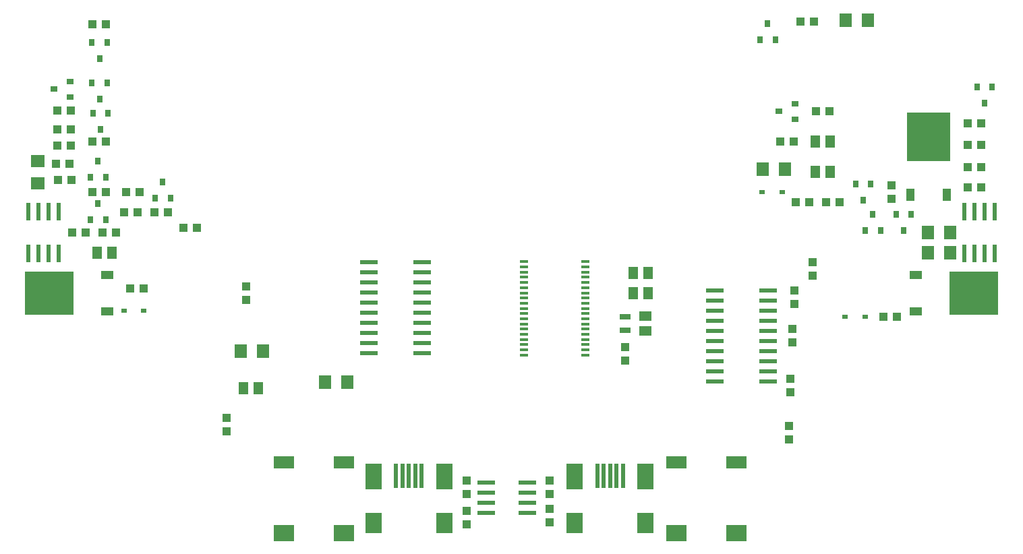
<source format=gbr>
G04 EAGLE Gerber X2 export*
%TF.Part,Single*%
%TF.FileFunction,Paste,Top*%
%TF.FilePolarity,Positive*%
%TF.GenerationSoftware,Autodesk,EAGLE,8.7.1*%
%TF.CreationDate,2018-03-30T22:44:39Z*%
G75*
%MOMM*%
%FSLAX34Y34*%
%LPD*%
%AMOC8*
5,1,8,0,0,1.08239X$1,22.5*%
G01*
%ADD10R,1.300000X1.500000*%
%ADD11R,1.600000X1.800000*%
%ADD12R,1.500000X1.300000*%
%ADD13R,1.800000X1.600000*%
%ADD14R,0.800000X0.600000*%
%ADD15R,1.600000X1.000000*%
%ADD16R,6.200000X5.400000*%
%ADD17R,2.200000X0.600000*%
%ADD18R,5.400000X6.200000*%
%ADD19R,1.000000X1.600000*%
%ADD20R,1.000000X0.350000*%
%ADD21R,0.600000X2.200000*%
%ADD22R,1.400000X0.700000*%
%ADD23R,1.000000X1.100000*%
%ADD24R,1.100000X1.000000*%
%ADD25R,0.889000X0.787400*%
%ADD26R,0.787400X0.889000*%
%ADD27R,2.000000X2.500000*%
%ADD28R,2.000000X3.300000*%
%ADD29R,0.500000X3.100000*%
%ADD30R,2.500000X2.000000*%
%ADD31R,2.500000X1.500000*%


D10*
X1019200Y508000D03*
X1038200Y508000D03*
D11*
X1085880Y660400D03*
X1057880Y660400D03*
D12*
X806450Y269900D03*
X806450Y288900D03*
D10*
X790600Y317500D03*
X809600Y317500D03*
X790600Y342900D03*
X809600Y342900D03*
X117500Y368300D03*
X136500Y368300D03*
D11*
X953740Y473710D03*
X981740Y473710D03*
X1188750Y393700D03*
X1160750Y393700D03*
D13*
X43180Y455900D03*
X43180Y483900D03*
D10*
X1019200Y469900D03*
X1038200Y469900D03*
D11*
X1188750Y368300D03*
X1160750Y368300D03*
X298420Y245110D03*
X326420Y245110D03*
D10*
X301650Y198120D03*
X320650Y198120D03*
D11*
X431830Y205740D03*
X403830Y205740D03*
D14*
X176330Y295910D03*
X151330Y295910D03*
X1081840Y288290D03*
X1056840Y288290D03*
X977700Y444500D03*
X952700Y444500D03*
D15*
X1145800Y340300D03*
X1145800Y294700D03*
D16*
X1218800Y317500D03*
D15*
X130550Y294700D03*
X130550Y340300D03*
D16*
X57550Y317500D03*
D17*
X960400Y219710D03*
X893800Y295910D03*
X960400Y207010D03*
X960400Y232410D03*
X960400Y245110D03*
X893800Y283210D03*
X893800Y308610D03*
X893800Y321310D03*
X960400Y270510D03*
X960400Y308610D03*
X960400Y257810D03*
X960400Y283210D03*
X960400Y321310D03*
X960400Y295910D03*
X893800Y270510D03*
X893800Y257810D03*
X893800Y245110D03*
X893800Y232410D03*
X893800Y219710D03*
X893800Y207010D03*
X526060Y255270D03*
X459460Y331470D03*
X526060Y242570D03*
X526060Y267970D03*
X526060Y280670D03*
X459460Y318770D03*
X459460Y344170D03*
X459460Y356870D03*
X526060Y306070D03*
X526060Y344170D03*
X526060Y293370D03*
X526060Y318770D03*
X526060Y356870D03*
X526060Y331470D03*
X459460Y306070D03*
X459460Y293370D03*
X459460Y280670D03*
X459460Y267970D03*
X459460Y255270D03*
X459460Y242570D03*
D18*
X1162050Y513950D03*
D19*
X1139250Y440950D03*
X1184850Y440950D03*
D20*
X730650Y239950D03*
X730650Y246450D03*
X730650Y252950D03*
X730650Y259450D03*
X730650Y265950D03*
X730650Y272450D03*
X730650Y278950D03*
X730650Y285450D03*
X730650Y291950D03*
X730650Y298450D03*
X730650Y304950D03*
X730650Y311450D03*
X730650Y317950D03*
X730650Y324450D03*
X730650Y330950D03*
X730650Y337450D03*
X730650Y343950D03*
X730650Y350450D03*
X730650Y356950D03*
X653650Y356950D03*
X653650Y350450D03*
X653650Y343950D03*
X653650Y337450D03*
X653650Y330950D03*
X653650Y324450D03*
X653650Y317950D03*
X653650Y311450D03*
X653650Y304950D03*
X653650Y298450D03*
X653650Y291950D03*
X653650Y285450D03*
X653650Y278950D03*
X653650Y272450D03*
X653650Y265950D03*
X653650Y259450D03*
X653650Y252950D03*
X653650Y246450D03*
X653650Y239950D03*
D21*
X1219200Y367700D03*
X1219200Y419700D03*
X1206500Y367700D03*
X1231900Y367700D03*
X1244600Y367700D03*
X1206500Y419700D03*
X1231900Y419700D03*
X1244600Y419700D03*
X44450Y367700D03*
X44450Y419700D03*
X31750Y367700D03*
X57150Y367700D03*
X69850Y367700D03*
X31750Y419700D03*
X57150Y419700D03*
X69850Y419700D03*
D22*
X781050Y270900D03*
X781050Y287900D03*
D23*
X975750Y508000D03*
X992750Y508000D03*
X1210700Y476250D03*
X1227700Y476250D03*
X1210700Y450850D03*
X1227700Y450850D03*
D24*
X986790Y133740D03*
X986790Y150740D03*
D23*
X1105290Y288290D03*
X1122290Y288290D03*
X1018150Y659130D03*
X1001150Y659130D03*
X85970Y459740D03*
X68970Y459740D03*
X129150Y508000D03*
X112150Y508000D03*
X84700Y502920D03*
X67700Y502920D03*
X129150Y655320D03*
X112150Y655320D03*
D24*
X990600Y255660D03*
X990600Y272660D03*
D23*
X176140Y323850D03*
X159140Y323850D03*
X103750Y393700D03*
X86750Y393700D03*
X83430Y480060D03*
X66430Y480060D03*
X67700Y523240D03*
X84700Y523240D03*
X84700Y547370D03*
X67700Y547370D03*
X124850Y393700D03*
X141850Y393700D03*
D24*
X280670Y160900D03*
X280670Y143900D03*
X993140Y303920D03*
X993140Y320920D03*
D23*
X112150Y444500D03*
X129150Y444500D03*
D24*
X1016000Y339480D03*
X1016000Y356480D03*
D23*
X226450Y400050D03*
X243450Y400050D03*
X168520Y419100D03*
X151520Y419100D03*
X206620Y419100D03*
X189620Y419100D03*
X171060Y444500D03*
X154060Y444500D03*
X1032900Y431800D03*
X1049900Y431800D03*
X994800Y431800D03*
X1011800Y431800D03*
D24*
X1115060Y453000D03*
X1115060Y436000D03*
X781050Y249800D03*
X781050Y232800D03*
D23*
X1020200Y546100D03*
X1037200Y546100D03*
X1210700Y504190D03*
X1227700Y504190D03*
X1210700Y530860D03*
X1227700Y530860D03*
D25*
X994410Y536194D03*
X994410Y555498D03*
X974090Y545846D03*
D26*
X130556Y581660D03*
X111252Y581660D03*
X120904Y561340D03*
X130556Y632460D03*
X111252Y632460D03*
X120904Y612140D03*
X190754Y436880D03*
X210058Y436880D03*
X200406Y457200D03*
X109474Y410210D03*
X128778Y410210D03*
X119126Y430530D03*
X1082294Y396240D03*
X1101598Y396240D03*
X1091946Y416560D03*
X1241806Y576580D03*
X1222502Y576580D03*
X1232154Y556260D03*
X1089406Y454660D03*
X1070102Y454660D03*
X1079754Y434340D03*
X1140206Y416560D03*
X1120902Y416560D03*
X1130554Y396240D03*
X109474Y463550D03*
X128778Y463550D03*
X119126Y483870D03*
X131826Y543560D03*
X112522Y543560D03*
X122174Y523240D03*
X950214Y636270D03*
X969518Y636270D03*
X959866Y656590D03*
D25*
X83820Y564134D03*
X83820Y583438D03*
X63500Y573786D03*
D27*
X553770Y28420D03*
X464770Y28420D03*
D28*
X553770Y87420D03*
X464770Y87420D03*
D29*
X493270Y88420D03*
X501270Y88420D03*
X509270Y88420D03*
X517270Y88420D03*
X525270Y88420D03*
D27*
X806500Y28420D03*
X717500Y28420D03*
D28*
X806500Y87420D03*
X717500Y87420D03*
D29*
X746000Y88420D03*
X754000Y88420D03*
X762000Y88420D03*
X770000Y88420D03*
X778000Y88420D03*
D24*
X988060Y193430D03*
X988060Y210430D03*
X304800Y326000D03*
X304800Y309000D03*
D17*
X606460Y67310D03*
X658460Y67310D03*
X606460Y80010D03*
X606460Y54610D03*
X606460Y41910D03*
X658460Y80010D03*
X658460Y54610D03*
X658460Y41910D03*
D24*
X581660Y65160D03*
X581660Y82160D03*
X581660Y27060D03*
X581660Y44060D03*
X685800Y65160D03*
X685800Y82160D03*
X685800Y29600D03*
X685800Y46600D03*
D30*
X427390Y16460D03*
X352390Y16460D03*
D31*
X427390Y104960D03*
X352390Y104960D03*
D30*
X920150Y16460D03*
X845150Y16460D03*
D31*
X920150Y104960D03*
X845150Y104960D03*
M02*

</source>
